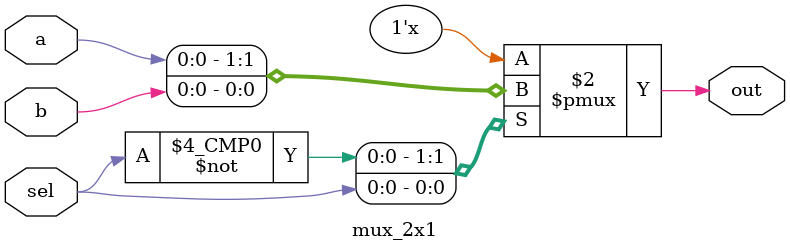
<source format=v>
module mux_2x1(
  input a,b,
  input sel,
  output reg out);
  
  always@(*)begin
    case(sel)
      1'b0:out=a;
      1'b1:out=b;
      default:out=1'bX;
    endcase
  end
endmodule
</source>
